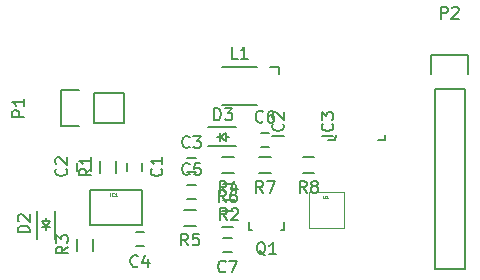
<source format=gbr>
G04 #@! TF.FileFunction,Legend,Top*
%FSLAX46Y46*%
G04 Gerber Fmt 4.6, Leading zero omitted, Abs format (unit mm)*
G04 Created by KiCad (PCBNEW 4.0.1+dfsg1-stable) date Wed 30 Mar 2016 05:17:46 PM PDT*
%MOMM*%
G01*
G04 APERTURE LIST*
%ADD10C,0.100000*%
%ADD11C,0.150000*%
%ADD12C,0.060000*%
%ADD13C,0.062500*%
G04 APERTURE END LIST*
D10*
D11*
X153560780Y-99501960D02*
X154170380Y-99501960D01*
X154170380Y-99501960D02*
X154180540Y-99070160D01*
X137760000Y-101377000D02*
X137760000Y-102077000D01*
X136560000Y-102077000D02*
X136560000Y-101377000D01*
X132305500Y-102077000D02*
X132305500Y-101377000D01*
X133505500Y-101377000D02*
X133505500Y-102077000D01*
X141636000Y-101000000D02*
X142336000Y-101000000D01*
X142336000Y-102200000D02*
X141636000Y-102200000D01*
X137954500Y-108486500D02*
X137254500Y-108486500D01*
X137254500Y-107286500D02*
X137954500Y-107286500D01*
X141636000Y-103286000D02*
X142336000Y-103286000D01*
X142336000Y-104486000D02*
X141636000Y-104486000D01*
X147859000Y-98841000D02*
X148559000Y-98841000D01*
X148559000Y-100041000D02*
X147859000Y-100041000D01*
X145384000Y-108931000D02*
X144684000Y-108931000D01*
X144684000Y-107731000D02*
X145384000Y-107731000D01*
X129667000Y-106303000D02*
X129667000Y-106053000D01*
X129667000Y-106803000D02*
X129667000Y-107053000D01*
X129667000Y-106803000D02*
X129317000Y-106303000D01*
X129317000Y-106303000D02*
X130017000Y-106303000D01*
X130017000Y-106303000D02*
X129667000Y-106803000D01*
X129317000Y-106803000D02*
X130017000Y-106803000D01*
X130467000Y-107853000D02*
X130467000Y-105453000D01*
X128867000Y-107853000D02*
X128867000Y-105453000D01*
X144903000Y-99187000D02*
X145153000Y-99187000D01*
X144403000Y-99187000D02*
X144153000Y-99187000D01*
X144403000Y-99187000D02*
X144903000Y-98837000D01*
X144903000Y-98837000D02*
X144903000Y-99537000D01*
X144903000Y-99537000D02*
X144403000Y-99187000D01*
X144403000Y-98837000D02*
X144403000Y-99537000D01*
X143353000Y-99987000D02*
X145753000Y-99987000D01*
X143353000Y-98387000D02*
X145753000Y-98387000D01*
X133423500Y-105168500D02*
X133423500Y-103668500D01*
X133423500Y-103668500D02*
X137823500Y-103668500D01*
X137823500Y-103668500D02*
X137823500Y-106668500D01*
X137823500Y-106668500D02*
X133423500Y-106668500D01*
X133423500Y-106668500D02*
X133423500Y-105168500D01*
X157751780Y-99501960D02*
X158361380Y-99501960D01*
X158361380Y-99501960D02*
X158371540Y-99070160D01*
X149400000Y-93269000D02*
X149400000Y-93919000D01*
X148650000Y-93269000D02*
X149400000Y-93269000D01*
X144550000Y-93269000D02*
X147550000Y-93269000D01*
X147550000Y-96469000D02*
X144550000Y-96469000D01*
X133731000Y-95504000D02*
X136271000Y-95504000D01*
X130911000Y-95224000D02*
X132461000Y-95224000D01*
X133731000Y-95504000D02*
X133731000Y-98044000D01*
X132461000Y-98324000D02*
X130911000Y-98324000D01*
X130911000Y-98324000D02*
X130911000Y-95224000D01*
X133731000Y-98044000D02*
X136271000Y-98044000D01*
X136271000Y-98044000D02*
X136271000Y-95504000D01*
X165100000Y-95123000D02*
X165100000Y-110363000D01*
X165100000Y-110363000D02*
X162560000Y-110363000D01*
X162560000Y-110363000D02*
X162560000Y-95123000D01*
X165380000Y-92303000D02*
X165380000Y-93853000D01*
X165100000Y-95123000D02*
X162560000Y-95123000D01*
X162280000Y-93853000D02*
X162280000Y-92303000D01*
X162280000Y-92303000D02*
X165380000Y-92303000D01*
X147036840Y-107076240D02*
X147085100Y-107076240D01*
X149835820Y-106375200D02*
X149835820Y-107076240D01*
X149835820Y-107076240D02*
X149586900Y-107076240D01*
X147036840Y-107076240D02*
X146836180Y-107076240D01*
X146836180Y-107076240D02*
X146836180Y-106375200D01*
X135612500Y-101227000D02*
X135612500Y-102227000D01*
X134262500Y-102227000D02*
X134262500Y-101227000D01*
X144661000Y-103211000D02*
X145661000Y-103211000D01*
X145661000Y-104561000D02*
X144661000Y-104561000D01*
X133644000Y-107831000D02*
X133644000Y-108831000D01*
X132294000Y-108831000D02*
X132294000Y-107831000D01*
X144597500Y-100925000D02*
X145597500Y-100925000D01*
X145597500Y-102275000D02*
X144597500Y-102275000D01*
X141359000Y-105370000D02*
X142359000Y-105370000D01*
X142359000Y-106720000D02*
X141359000Y-106720000D01*
X145534000Y-106847000D02*
X144534000Y-106847000D01*
X144534000Y-105497000D02*
X145534000Y-105497000D01*
X147709000Y-100925000D02*
X148709000Y-100925000D01*
X148709000Y-102275000D02*
X147709000Y-102275000D01*
X151392000Y-100925000D02*
X152392000Y-100925000D01*
X152392000Y-102275000D02*
X151392000Y-102275000D01*
D10*
X154916000Y-103910000D02*
X154916000Y-106910000D01*
X154916000Y-106910000D02*
X151916000Y-106910000D01*
X151916000Y-106910000D02*
X151916000Y-103910000D01*
X151916000Y-103910000D02*
X154916000Y-103910000D01*
D11*
X149801841Y-99137030D02*
X148801841Y-99137030D01*
X149706603Y-98089411D02*
X149754222Y-98137030D01*
X149801841Y-98279887D01*
X149801841Y-98375125D01*
X149754222Y-98517983D01*
X149658984Y-98613221D01*
X149563746Y-98660840D01*
X149373270Y-98708459D01*
X149230412Y-98708459D01*
X149039936Y-98660840D01*
X148944698Y-98613221D01*
X148849460Y-98517983D01*
X148801841Y-98375125D01*
X148801841Y-98279887D01*
X148849460Y-98137030D01*
X148897079Y-98089411D01*
X148897079Y-97708459D02*
X148849460Y-97660840D01*
X148801841Y-97565602D01*
X148801841Y-97327506D01*
X148849460Y-97232268D01*
X148897079Y-97184649D01*
X148992317Y-97137030D01*
X149087555Y-97137030D01*
X149230412Y-97184649D01*
X149801841Y-97756078D01*
X149801841Y-97137030D01*
X139417143Y-101893666D02*
X139464762Y-101941285D01*
X139512381Y-102084142D01*
X139512381Y-102179380D01*
X139464762Y-102322238D01*
X139369524Y-102417476D01*
X139274286Y-102465095D01*
X139083810Y-102512714D01*
X138940952Y-102512714D01*
X138750476Y-102465095D01*
X138655238Y-102417476D01*
X138560000Y-102322238D01*
X138512381Y-102179380D01*
X138512381Y-102084142D01*
X138560000Y-101941285D01*
X138607619Y-101893666D01*
X139512381Y-100941285D02*
X139512381Y-101512714D01*
X139512381Y-101227000D02*
X138512381Y-101227000D01*
X138655238Y-101322238D01*
X138750476Y-101417476D01*
X138798095Y-101512714D01*
X131362643Y-101893666D02*
X131410262Y-101941285D01*
X131457881Y-102084142D01*
X131457881Y-102179380D01*
X131410262Y-102322238D01*
X131315024Y-102417476D01*
X131219786Y-102465095D01*
X131029310Y-102512714D01*
X130886452Y-102512714D01*
X130695976Y-102465095D01*
X130600738Y-102417476D01*
X130505500Y-102322238D01*
X130457881Y-102179380D01*
X130457881Y-102084142D01*
X130505500Y-101941285D01*
X130553119Y-101893666D01*
X130553119Y-101512714D02*
X130505500Y-101465095D01*
X130457881Y-101369857D01*
X130457881Y-101131761D01*
X130505500Y-101036523D01*
X130553119Y-100988904D01*
X130648357Y-100941285D01*
X130743595Y-100941285D01*
X130886452Y-100988904D01*
X131457881Y-101560333D01*
X131457881Y-100941285D01*
X141819334Y-100057143D02*
X141771715Y-100104762D01*
X141628858Y-100152381D01*
X141533620Y-100152381D01*
X141390762Y-100104762D01*
X141295524Y-100009524D01*
X141247905Y-99914286D01*
X141200286Y-99723810D01*
X141200286Y-99580952D01*
X141247905Y-99390476D01*
X141295524Y-99295238D01*
X141390762Y-99200000D01*
X141533620Y-99152381D01*
X141628858Y-99152381D01*
X141771715Y-99200000D01*
X141819334Y-99247619D01*
X142152667Y-99152381D02*
X142771715Y-99152381D01*
X142438381Y-99533333D01*
X142581239Y-99533333D01*
X142676477Y-99580952D01*
X142724096Y-99628571D01*
X142771715Y-99723810D01*
X142771715Y-99961905D01*
X142724096Y-100057143D01*
X142676477Y-100104762D01*
X142581239Y-100152381D01*
X142295524Y-100152381D01*
X142200286Y-100104762D01*
X142152667Y-100057143D01*
X137437834Y-110143643D02*
X137390215Y-110191262D01*
X137247358Y-110238881D01*
X137152120Y-110238881D01*
X137009262Y-110191262D01*
X136914024Y-110096024D01*
X136866405Y-110000786D01*
X136818786Y-109810310D01*
X136818786Y-109667452D01*
X136866405Y-109476976D01*
X136914024Y-109381738D01*
X137009262Y-109286500D01*
X137152120Y-109238881D01*
X137247358Y-109238881D01*
X137390215Y-109286500D01*
X137437834Y-109334119D01*
X138294977Y-109572214D02*
X138294977Y-110238881D01*
X138056881Y-109191262D02*
X137818786Y-109905548D01*
X138437834Y-109905548D01*
X141819334Y-102343143D02*
X141771715Y-102390762D01*
X141628858Y-102438381D01*
X141533620Y-102438381D01*
X141390762Y-102390762D01*
X141295524Y-102295524D01*
X141247905Y-102200286D01*
X141200286Y-102009810D01*
X141200286Y-101866952D01*
X141247905Y-101676476D01*
X141295524Y-101581238D01*
X141390762Y-101486000D01*
X141533620Y-101438381D01*
X141628858Y-101438381D01*
X141771715Y-101486000D01*
X141819334Y-101533619D01*
X142724096Y-101438381D02*
X142247905Y-101438381D01*
X142200286Y-101914571D01*
X142247905Y-101866952D01*
X142343143Y-101819333D01*
X142581239Y-101819333D01*
X142676477Y-101866952D01*
X142724096Y-101914571D01*
X142771715Y-102009810D01*
X142771715Y-102247905D01*
X142724096Y-102343143D01*
X142676477Y-102390762D01*
X142581239Y-102438381D01*
X142343143Y-102438381D01*
X142247905Y-102390762D01*
X142200286Y-102343143D01*
X148042334Y-97898143D02*
X147994715Y-97945762D01*
X147851858Y-97993381D01*
X147756620Y-97993381D01*
X147613762Y-97945762D01*
X147518524Y-97850524D01*
X147470905Y-97755286D01*
X147423286Y-97564810D01*
X147423286Y-97421952D01*
X147470905Y-97231476D01*
X147518524Y-97136238D01*
X147613762Y-97041000D01*
X147756620Y-96993381D01*
X147851858Y-96993381D01*
X147994715Y-97041000D01*
X148042334Y-97088619D01*
X148899477Y-96993381D02*
X148709000Y-96993381D01*
X148613762Y-97041000D01*
X148566143Y-97088619D01*
X148470905Y-97231476D01*
X148423286Y-97421952D01*
X148423286Y-97802905D01*
X148470905Y-97898143D01*
X148518524Y-97945762D01*
X148613762Y-97993381D01*
X148804239Y-97993381D01*
X148899477Y-97945762D01*
X148947096Y-97898143D01*
X148994715Y-97802905D01*
X148994715Y-97564810D01*
X148947096Y-97469571D01*
X148899477Y-97421952D01*
X148804239Y-97374333D01*
X148613762Y-97374333D01*
X148518524Y-97421952D01*
X148470905Y-97469571D01*
X148423286Y-97564810D01*
X144867334Y-110588143D02*
X144819715Y-110635762D01*
X144676858Y-110683381D01*
X144581620Y-110683381D01*
X144438762Y-110635762D01*
X144343524Y-110540524D01*
X144295905Y-110445286D01*
X144248286Y-110254810D01*
X144248286Y-110111952D01*
X144295905Y-109921476D01*
X144343524Y-109826238D01*
X144438762Y-109731000D01*
X144581620Y-109683381D01*
X144676858Y-109683381D01*
X144819715Y-109731000D01*
X144867334Y-109778619D01*
X145200667Y-109683381D02*
X145867334Y-109683381D01*
X145438762Y-110683381D01*
X128269381Y-107291095D02*
X127269381Y-107291095D01*
X127269381Y-107053000D01*
X127317000Y-106910142D01*
X127412238Y-106814904D01*
X127507476Y-106767285D01*
X127697952Y-106719666D01*
X127840810Y-106719666D01*
X128031286Y-106767285D01*
X128126524Y-106814904D01*
X128221762Y-106910142D01*
X128269381Y-107053000D01*
X128269381Y-107291095D01*
X127364619Y-106338714D02*
X127317000Y-106291095D01*
X127269381Y-106195857D01*
X127269381Y-105957761D01*
X127317000Y-105862523D01*
X127364619Y-105814904D01*
X127459857Y-105767285D01*
X127555095Y-105767285D01*
X127697952Y-105814904D01*
X128269381Y-106386333D01*
X128269381Y-105767285D01*
X143914905Y-97789381D02*
X143914905Y-96789381D01*
X144153000Y-96789381D01*
X144295858Y-96837000D01*
X144391096Y-96932238D01*
X144438715Y-97027476D01*
X144486334Y-97217952D01*
X144486334Y-97360810D01*
X144438715Y-97551286D01*
X144391096Y-97646524D01*
X144295858Y-97741762D01*
X144153000Y-97789381D01*
X143914905Y-97789381D01*
X144819667Y-96789381D02*
X145438715Y-96789381D01*
X145105381Y-97170333D01*
X145248239Y-97170333D01*
X145343477Y-97217952D01*
X145391096Y-97265571D01*
X145438715Y-97360810D01*
X145438715Y-97598905D01*
X145391096Y-97694143D01*
X145343477Y-97741762D01*
X145248239Y-97789381D01*
X144962524Y-97789381D01*
X144867286Y-97741762D01*
X144819667Y-97694143D01*
D12*
X135118144Y-104216714D02*
X135118144Y-103916714D01*
X135432429Y-104188143D02*
X135418143Y-104202429D01*
X135375286Y-104216714D01*
X135346715Y-104216714D01*
X135303858Y-104202429D01*
X135275286Y-104173857D01*
X135261001Y-104145286D01*
X135246715Y-104088143D01*
X135246715Y-104045286D01*
X135261001Y-103988143D01*
X135275286Y-103959571D01*
X135303858Y-103931000D01*
X135346715Y-103916714D01*
X135375286Y-103916714D01*
X135418143Y-103931000D01*
X135432429Y-103945286D01*
X135718143Y-104216714D02*
X135546715Y-104216714D01*
X135632429Y-104216714D02*
X135632429Y-103916714D01*
X135603858Y-103959571D01*
X135575286Y-103988143D01*
X135546715Y-104002429D01*
D11*
X153992841Y-99137030D02*
X152992841Y-99137030D01*
X153897603Y-98089411D02*
X153945222Y-98137030D01*
X153992841Y-98279887D01*
X153992841Y-98375125D01*
X153945222Y-98517983D01*
X153849984Y-98613221D01*
X153754746Y-98660840D01*
X153564270Y-98708459D01*
X153421412Y-98708459D01*
X153230936Y-98660840D01*
X153135698Y-98613221D01*
X153040460Y-98517983D01*
X152992841Y-98375125D01*
X152992841Y-98279887D01*
X153040460Y-98137030D01*
X153088079Y-98089411D01*
X152992841Y-97756078D02*
X152992841Y-97137030D01*
X153373793Y-97470364D01*
X153373793Y-97327506D01*
X153421412Y-97232268D01*
X153469031Y-97184649D01*
X153564270Y-97137030D01*
X153802365Y-97137030D01*
X153897603Y-97184649D01*
X153945222Y-97232268D01*
X153992841Y-97327506D01*
X153992841Y-97613221D01*
X153945222Y-97708459D01*
X153897603Y-97756078D01*
X145883334Y-92571381D02*
X145407143Y-92571381D01*
X145407143Y-91571381D01*
X146740477Y-92571381D02*
X146169048Y-92571381D01*
X146454762Y-92571381D02*
X146454762Y-91571381D01*
X146359524Y-91714238D01*
X146264286Y-91809476D01*
X146169048Y-91857095D01*
X127813381Y-97512095D02*
X126813381Y-97512095D01*
X126813381Y-97131142D01*
X126861000Y-97035904D01*
X126908619Y-96988285D01*
X127003857Y-96940666D01*
X127146714Y-96940666D01*
X127241952Y-96988285D01*
X127289571Y-97035904D01*
X127337190Y-97131142D01*
X127337190Y-97512095D01*
X127813381Y-95988285D02*
X127813381Y-96559714D01*
X127813381Y-96274000D02*
X126813381Y-96274000D01*
X126956238Y-96369238D01*
X127051476Y-96464476D01*
X127099095Y-96559714D01*
X163091905Y-89205381D02*
X163091905Y-88205381D01*
X163472858Y-88205381D01*
X163568096Y-88253000D01*
X163615715Y-88300619D01*
X163663334Y-88395857D01*
X163663334Y-88538714D01*
X163615715Y-88633952D01*
X163568096Y-88681571D01*
X163472858Y-88729190D01*
X163091905Y-88729190D01*
X164044286Y-88300619D02*
X164091905Y-88253000D01*
X164187143Y-88205381D01*
X164425239Y-88205381D01*
X164520477Y-88253000D01*
X164568096Y-88300619D01*
X164615715Y-88395857D01*
X164615715Y-88491095D01*
X164568096Y-88633952D01*
X163996667Y-89205381D01*
X164615715Y-89205381D01*
X148240762Y-109223619D02*
X148145524Y-109176000D01*
X148050286Y-109080762D01*
X147907429Y-108937905D01*
X147812190Y-108890286D01*
X147716952Y-108890286D01*
X147764571Y-109128381D02*
X147669333Y-109080762D01*
X147574095Y-108985524D01*
X147526476Y-108795048D01*
X147526476Y-108461714D01*
X147574095Y-108271238D01*
X147669333Y-108176000D01*
X147764571Y-108128381D01*
X147955048Y-108128381D01*
X148050286Y-108176000D01*
X148145524Y-108271238D01*
X148193143Y-108461714D01*
X148193143Y-108795048D01*
X148145524Y-108985524D01*
X148050286Y-109080762D01*
X147955048Y-109128381D01*
X147764571Y-109128381D01*
X149145524Y-109128381D02*
X148574095Y-109128381D01*
X148859809Y-109128381D02*
X148859809Y-108128381D01*
X148764571Y-108271238D01*
X148669333Y-108366476D01*
X148574095Y-108414095D01*
X133489881Y-101893666D02*
X133013690Y-102227000D01*
X133489881Y-102465095D02*
X132489881Y-102465095D01*
X132489881Y-102084142D01*
X132537500Y-101988904D01*
X132585119Y-101941285D01*
X132680357Y-101893666D01*
X132823214Y-101893666D01*
X132918452Y-101941285D01*
X132966071Y-101988904D01*
X133013690Y-102084142D01*
X133013690Y-102465095D01*
X133489881Y-100941285D02*
X133489881Y-101512714D01*
X133489881Y-101227000D02*
X132489881Y-101227000D01*
X132632738Y-101322238D01*
X132727976Y-101417476D01*
X132775595Y-101512714D01*
X144994334Y-106238381D02*
X144661000Y-105762190D01*
X144422905Y-106238381D02*
X144422905Y-105238381D01*
X144803858Y-105238381D01*
X144899096Y-105286000D01*
X144946715Y-105333619D01*
X144994334Y-105428857D01*
X144994334Y-105571714D01*
X144946715Y-105666952D01*
X144899096Y-105714571D01*
X144803858Y-105762190D01*
X144422905Y-105762190D01*
X145375286Y-105333619D02*
X145422905Y-105286000D01*
X145518143Y-105238381D01*
X145756239Y-105238381D01*
X145851477Y-105286000D01*
X145899096Y-105333619D01*
X145946715Y-105428857D01*
X145946715Y-105524095D01*
X145899096Y-105666952D01*
X145327667Y-106238381D01*
X145946715Y-106238381D01*
X131521381Y-108497666D02*
X131045190Y-108831000D01*
X131521381Y-109069095D02*
X130521381Y-109069095D01*
X130521381Y-108688142D01*
X130569000Y-108592904D01*
X130616619Y-108545285D01*
X130711857Y-108497666D01*
X130854714Y-108497666D01*
X130949952Y-108545285D01*
X130997571Y-108592904D01*
X131045190Y-108688142D01*
X131045190Y-109069095D01*
X130521381Y-108164333D02*
X130521381Y-107545285D01*
X130902333Y-107878619D01*
X130902333Y-107735761D01*
X130949952Y-107640523D01*
X130997571Y-107592904D01*
X131092810Y-107545285D01*
X131330905Y-107545285D01*
X131426143Y-107592904D01*
X131473762Y-107640523D01*
X131521381Y-107735761D01*
X131521381Y-108021476D01*
X131473762Y-108116714D01*
X131426143Y-108164333D01*
X144930834Y-103952381D02*
X144597500Y-103476190D01*
X144359405Y-103952381D02*
X144359405Y-102952381D01*
X144740358Y-102952381D01*
X144835596Y-103000000D01*
X144883215Y-103047619D01*
X144930834Y-103142857D01*
X144930834Y-103285714D01*
X144883215Y-103380952D01*
X144835596Y-103428571D01*
X144740358Y-103476190D01*
X144359405Y-103476190D01*
X145787977Y-103285714D02*
X145787977Y-103952381D01*
X145549881Y-102904762D02*
X145311786Y-103619048D01*
X145930834Y-103619048D01*
X141692334Y-108397381D02*
X141359000Y-107921190D01*
X141120905Y-108397381D02*
X141120905Y-107397381D01*
X141501858Y-107397381D01*
X141597096Y-107445000D01*
X141644715Y-107492619D01*
X141692334Y-107587857D01*
X141692334Y-107730714D01*
X141644715Y-107825952D01*
X141597096Y-107873571D01*
X141501858Y-107921190D01*
X141120905Y-107921190D01*
X142597096Y-107397381D02*
X142120905Y-107397381D01*
X142073286Y-107873571D01*
X142120905Y-107825952D01*
X142216143Y-107778333D01*
X142454239Y-107778333D01*
X142549477Y-107825952D01*
X142597096Y-107873571D01*
X142644715Y-107968810D01*
X142644715Y-108206905D01*
X142597096Y-108302143D01*
X142549477Y-108349762D01*
X142454239Y-108397381D01*
X142216143Y-108397381D01*
X142120905Y-108349762D01*
X142073286Y-108302143D01*
X144867334Y-104724381D02*
X144534000Y-104248190D01*
X144295905Y-104724381D02*
X144295905Y-103724381D01*
X144676858Y-103724381D01*
X144772096Y-103772000D01*
X144819715Y-103819619D01*
X144867334Y-103914857D01*
X144867334Y-104057714D01*
X144819715Y-104152952D01*
X144772096Y-104200571D01*
X144676858Y-104248190D01*
X144295905Y-104248190D01*
X145724477Y-103724381D02*
X145534000Y-103724381D01*
X145438762Y-103772000D01*
X145391143Y-103819619D01*
X145295905Y-103962476D01*
X145248286Y-104152952D01*
X145248286Y-104533905D01*
X145295905Y-104629143D01*
X145343524Y-104676762D01*
X145438762Y-104724381D01*
X145629239Y-104724381D01*
X145724477Y-104676762D01*
X145772096Y-104629143D01*
X145819715Y-104533905D01*
X145819715Y-104295810D01*
X145772096Y-104200571D01*
X145724477Y-104152952D01*
X145629239Y-104105333D01*
X145438762Y-104105333D01*
X145343524Y-104152952D01*
X145295905Y-104200571D01*
X145248286Y-104295810D01*
X148042334Y-103952381D02*
X147709000Y-103476190D01*
X147470905Y-103952381D02*
X147470905Y-102952381D01*
X147851858Y-102952381D01*
X147947096Y-103000000D01*
X147994715Y-103047619D01*
X148042334Y-103142857D01*
X148042334Y-103285714D01*
X147994715Y-103380952D01*
X147947096Y-103428571D01*
X147851858Y-103476190D01*
X147470905Y-103476190D01*
X148375667Y-102952381D02*
X149042334Y-102952381D01*
X148613762Y-103952381D01*
X151725334Y-103952381D02*
X151392000Y-103476190D01*
X151153905Y-103952381D02*
X151153905Y-102952381D01*
X151534858Y-102952381D01*
X151630096Y-103000000D01*
X151677715Y-103047619D01*
X151725334Y-103142857D01*
X151725334Y-103285714D01*
X151677715Y-103380952D01*
X151630096Y-103428571D01*
X151534858Y-103476190D01*
X151153905Y-103476190D01*
X152296762Y-103380952D02*
X152201524Y-103333333D01*
X152153905Y-103285714D01*
X152106286Y-103190476D01*
X152106286Y-103142857D01*
X152153905Y-103047619D01*
X152201524Y-103000000D01*
X152296762Y-102952381D01*
X152487239Y-102952381D01*
X152582477Y-103000000D01*
X152630096Y-103047619D01*
X152677715Y-103142857D01*
X152677715Y-103190476D01*
X152630096Y-103285714D01*
X152582477Y-103333333D01*
X152487239Y-103380952D01*
X152296762Y-103380952D01*
X152201524Y-103428571D01*
X152153905Y-103476190D01*
X152106286Y-103571429D01*
X152106286Y-103761905D01*
X152153905Y-103857143D01*
X152201524Y-103904762D01*
X152296762Y-103952381D01*
X152487239Y-103952381D01*
X152582477Y-103904762D01*
X152630096Y-103857143D01*
X152677715Y-103761905D01*
X152677715Y-103571429D01*
X152630096Y-103476190D01*
X152582477Y-103428571D01*
X152487239Y-103380952D01*
D13*
X153125524Y-104173095D02*
X153125524Y-104375476D01*
X153137429Y-104399286D01*
X153149333Y-104411190D01*
X153173143Y-104423095D01*
X153220762Y-104423095D01*
X153244571Y-104411190D01*
X153256476Y-104399286D01*
X153268381Y-104375476D01*
X153268381Y-104173095D01*
X153518381Y-104423095D02*
X153375524Y-104423095D01*
X153446953Y-104423095D02*
X153446953Y-104173095D01*
X153423143Y-104208810D01*
X153399334Y-104232619D01*
X153375524Y-104244524D01*
M02*

</source>
